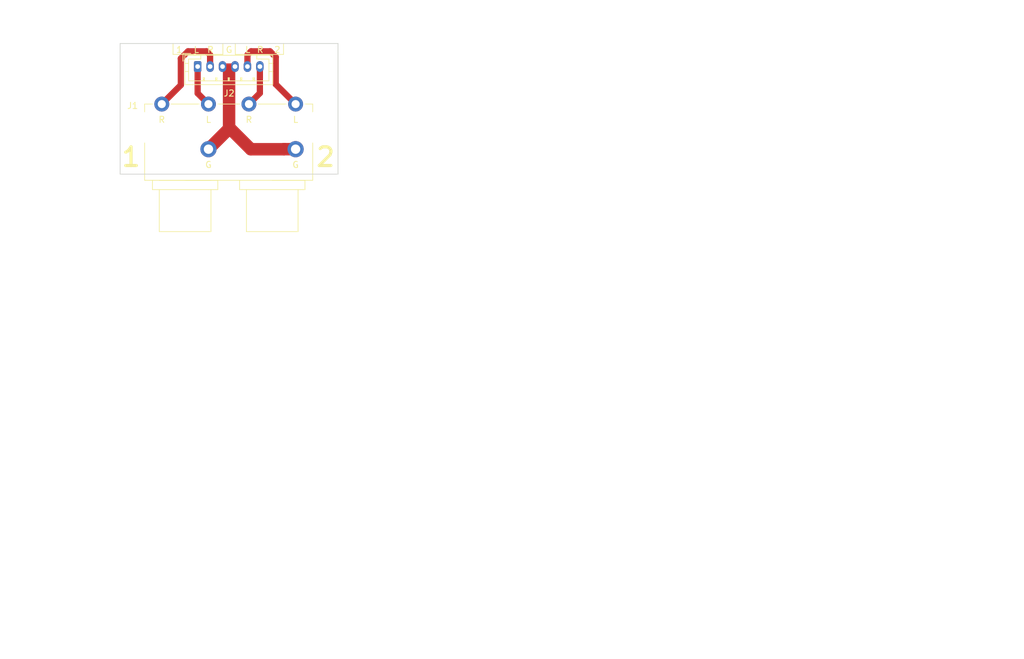
<source format=kicad_pcb>
(kicad_pcb (version 20171130) (host pcbnew "(5.1.0)-1")

  (general
    (thickness 1.6)
    (drawings 28)
    (tracks 29)
    (zones 0)
    (modules 5)
    (nets 6)
  )

  (page A4)
  (layers
    (0 F.Cu signal)
    (31 B.Cu signal)
    (32 B.Adhes user)
    (33 F.Adhes user)
    (34 B.Paste user)
    (35 F.Paste user)
    (36 B.SilkS user)
    (37 F.SilkS user)
    (38 B.Mask user)
    (39 F.Mask user)
    (40 Dwgs.User user)
    (41 Cmts.User user)
    (42 Eco1.User user)
    (43 Eco2.User user)
    (44 Edge.Cuts user)
    (45 Margin user)
    (46 B.CrtYd user)
    (47 F.CrtYd user)
    (48 B.Fab user)
    (49 F.Fab user)
  )

  (setup
    (last_trace_width 0.25)
    (user_trace_width 1)
    (user_trace_width 2)
    (trace_clearance 0.2)
    (zone_clearance 0.508)
    (zone_45_only no)
    (trace_min 0.2)
    (via_size 0.8)
    (via_drill 0.4)
    (via_min_size 0.4)
    (via_min_drill 0.3)
    (uvia_size 0.3)
    (uvia_drill 0.1)
    (uvias_allowed no)
    (uvia_min_size 0.2)
    (uvia_min_drill 0.1)
    (edge_width 0.05)
    (segment_width 0.2)
    (pcb_text_width 0.3)
    (pcb_text_size 1.5 1.5)
    (mod_edge_width 0.12)
    (mod_text_size 1 1)
    (mod_text_width 0.15)
    (pad_size 1.524 1.524)
    (pad_drill 0.762)
    (pad_to_mask_clearance 0.051)
    (solder_mask_min_width 0.25)
    (aux_axis_origin 0 0)
    (visible_elements 7FFFFFFF)
    (pcbplotparams
      (layerselection 0x010fc_ffffffff)
      (usegerberextensions false)
      (usegerberattributes false)
      (usegerberadvancedattributes false)
      (creategerberjobfile false)
      (excludeedgelayer true)
      (linewidth 0.100000)
      (plotframeref false)
      (viasonmask false)
      (mode 1)
      (useauxorigin false)
      (hpglpennumber 1)
      (hpglpenspeed 20)
      (hpglpendiameter 15.000000)
      (psnegative false)
      (psa4output false)
      (plotreference true)
      (plotvalue true)
      (plotinvisibletext false)
      (padsonsilk false)
      (subtractmaskfromsilk false)
      (outputformat 1)
      (mirror false)
      (drillshape 0)
      (scaleselection 1)
      (outputdirectory "gerbers/"))
  )

  (net 0 "")
  (net 1 INPUT_A_R)
  (net 2 INPUT_A_L)
  (net 3 INPUT_GND)
  (net 4 INPUT_B_L)
  (net 5 INPUT_B_R)

  (net_class Default "This is the default net class."
    (clearance 0.2)
    (trace_width 0.25)
    (via_dia 0.8)
    (via_drill 0.4)
    (uvia_dia 0.3)
    (uvia_drill 0.1)
    (add_net INPUT_A_L)
    (add_net INPUT_A_R)
    (add_net INPUT_B_L)
    (add_net INPUT_B_R)
    (add_net INPUT_GND)
  )

  (module input:PJRAS2X2S01X (layer F.Cu) (tedit 5CF329FD) (tstamp 5CF34305)
    (at 135.938 106.737)
    (path /5CF2E035)
    (fp_text reference J1 (at -4.688 0.263) (layer F.SilkS)
      (effects (font (size 1 1) (thickness 0.15)))
    )
    (fp_text value PJRAS2X2S01X (at 0 -6.7) (layer F.Fab)
      (effects (font (size 1 1) (thickness 0.15)))
    )
    (fp_text user G (at 21.5 9.75) (layer F.SilkS)
      (effects (font (size 1 1) (thickness 0.15)))
    )
    (fp_text user G (at 7.5 9.75) (layer F.SilkS)
      (effects (font (size 1 1) (thickness 0.15)))
    )
    (fp_text user R (at 14 2.5) (layer F.SilkS)
      (effects (font (size 1 1) (thickness 0.15)))
    )
    (fp_text user L (at 21.5 2.5) (layer F.SilkS)
      (effects (font (size 1 1) (thickness 0.15)))
    )
    (fp_text user L (at 7.5 2.5) (layer F.SilkS)
      (effects (font (size 1 1) (thickness 0.15)))
    )
    (fp_text user R (at 0 2.5) (layer F.SilkS)
      (effects (font (size 1 1) (thickness 0.15)))
    )
    (fp_line (start 23 0) (end 24.25 0) (layer F.SilkS) (width 0.12))
    (fp_line (start 15.5 0) (end 20 0) (layer F.SilkS) (width 0.12))
    (fp_line (start 9 0) (end 12.5 0) (layer F.SilkS) (width 0.12))
    (fp_line (start 1.5 0) (end 6 0) (layer F.SilkS) (width 0.12))
    (fp_line (start -1.5 0) (end -2.75 0) (layer F.SilkS) (width 0.12))
    (fp_line (start -2.75 1.25) (end -2.75 0) (layer F.SilkS) (width 0.12))
    (fp_line (start 24.25 1.25) (end 24.25 0) (layer F.SilkS) (width 0.12))
    (fp_line (start 12.5 12.25) (end 9 12.25) (layer F.SilkS) (width 0.12))
    (fp_line (start -2.75 12.25) (end -1.5 12.25) (layer F.SilkS) (width 0.12))
    (fp_line (start -2.75 6.25) (end -2.75 12.25) (layer F.SilkS) (width 0.12))
    (fp_line (start 24.25 12.25) (end 23 12.25) (layer F.SilkS) (width 0.12))
    (fp_line (start 24.25 6.25) (end 24.25 12.25) (layer F.SilkS) (width 0.12))
    (fp_line (start 12.5 13.75) (end 23 13.75) (layer F.SilkS) (width 0.12))
    (fp_line (start 9 13.75) (end -1.5 13.75) (layer F.SilkS) (width 0.12))
    (fp_line (start 21.9 20.5) (end 21.9 13.75) (layer F.SilkS) (width 0.12))
    (fp_line (start 13.6 20.5) (end 21.9 20.5) (layer F.SilkS) (width 0.12))
    (fp_line (start 13.6 13.75) (end 13.6 20.5) (layer F.SilkS) (width 0.12))
    (fp_line (start 7.9 20.5) (end -0.4 20.5) (layer F.SilkS) (width 0.12))
    (fp_line (start 7.9 13.75) (end 7.9 20.5) (layer F.SilkS) (width 0.12))
    (fp_line (start -0.4 13.75) (end -0.4 20.5) (layer F.SilkS) (width 0.12))
    (fp_line (start 7.9 12.25) (end -0.4 12.25) (layer F.SilkS) (width 0.12))
    (fp_line (start 3.75 12.25) (end 7.9 12.25) (layer F.SilkS) (width 0.12))
    (fp_line (start -1.5 12.25) (end -1.5 13.75) (layer F.SilkS) (width 0.12))
    (fp_line (start 9 12.25) (end -1.5 12.25) (layer F.SilkS) (width 0.12))
    (fp_line (start 9 12.25) (end 9 13.75) (layer F.SilkS) (width 0.12))
    (fp_line (start 3.75 12.25) (end 9 12.25) (layer F.SilkS) (width 0.12))
    (fp_line (start 23 12.25) (end 23 13.75) (layer F.SilkS) (width 0.12))
    (fp_line (start 12.5 12.25) (end 12.5 13.75) (layer F.SilkS) (width 0.12))
    (fp_line (start 23 12.25) (end 12.5 12.25) (layer F.SilkS) (width 0.12))
    (fp_line (start 17.75 12.25) (end 23 12.25) (layer F.SilkS) (width 0.12))
    (pad "" np_thru_hole oval (at 23.9 3.75) (size 1.7 4.7) (drill oval 1.7 4.7) (layers *.Cu *.Mask))
    (pad "" np_thru_hole oval (at -2.4 3.75) (size 1.7 4.7) (drill oval 1.7 4.7) (layers *.Cu *.Mask))
    (pad 4 thru_hole circle (at 14 0) (size 2.4 2.4) (drill 1.3) (layers *.Cu *.Mask)
      (net 5 INPUT_B_R))
    (pad 5 thru_hole circle (at 21.5 7.25) (size 2.6 2.6) (drill 1.5) (layers *.Cu *.Mask)
      (net 3 INPUT_GND))
    (pad 6 thru_hole circle (at 21.5 0) (size 2.4 2.4) (drill 1.3) (layers *.Cu *.Mask)
      (net 4 INPUT_B_L))
    (pad 2 thru_hole circle (at 7.5 7.25) (size 2.6 2.6) (drill 1.5) (layers *.Cu *.Mask)
      (net 3 INPUT_GND))
    (pad 3 thru_hole circle (at 7.5 0) (size 2.4 2.4) (drill 1.3) (layers *.Cu *.Mask)
      (net 2 INPUT_A_L))
    (pad 1 thru_hole circle (at 0 0) (size 2.4 2.4) (drill 1.3) (layers *.Cu *.Mask)
      (net 1 INPUT_A_R))
  )

  (module "" (layer F.Cu) (tedit 0) (tstamp 0)
    (at 140.5 94.25)
    (fp_text reference "" (at 133.75 101.5) (layer F.SilkS)
      (effects (font (size 1.27 1.27) (thickness 0.15)))
    )
    (fp_text value "" (at 133.75 101.5) (layer F.SilkS)
      (effects (font (size 1.27 1.27) (thickness 0.15)))
    )
  )

  (module MountingHole:MountingHole_3.5mm (layer F.Cu) (tedit 56D1B4CB) (tstamp 5CF33B53)
    (at 133.75 101.5)
    (descr "Mounting Hole 3.5mm, no annular")
    (tags "mounting hole 3.5mm no annular")
    (attr virtual)
    (fp_text reference REF** (at 0 -4.5) (layer F.SilkS) hide
      (effects (font (size 1 1) (thickness 0.15)))
    )
    (fp_text value MountingHole_3.5mm (at -15.75 4.5) (layer F.Fab)
      (effects (font (size 1 1) (thickness 0.15)))
    )
    (fp_text user %R (at 0.3 0) (layer F.Fab)
      (effects (font (size 1 1) (thickness 0.15)))
    )
    (fp_circle (center 0 0) (end 3.5 0) (layer Cmts.User) (width 0.15))
    (fp_circle (center 0 0) (end 3.75 0) (layer F.CrtYd) (width 0.05))
    (pad 1 np_thru_hole circle (at 0 0) (size 3.5 3.5) (drill 3.5) (layers *.Cu *.Mask))
  )

  (module MountingHole:MountingHole_3.5mm (layer F.Cu) (tedit 56D1B4CB) (tstamp 5CF33A42)
    (at 159.75 101.5)
    (descr "Mounting Hole 3.5mm, no annular")
    (tags "mounting hole 3.5mm no annular")
    (attr virtual)
    (fp_text reference REF** (at 0 -4.5) (layer F.SilkS) hide
      (effects (font (size 1 1) (thickness 0.15)))
    )
    (fp_text value MountingHole_3.5mm (at 15.5 -8.75) (layer F.Fab)
      (effects (font (size 1 1) (thickness 0.15)))
    )
    (fp_circle (center 0 0) (end 3.75 0) (layer F.CrtYd) (width 0.05))
    (fp_circle (center 0 0) (end 3.5 0) (layer Cmts.User) (width 0.15))
    (fp_text user %R (at 0.3 0) (layer F.Fab)
      (effects (font (size 1 1) (thickness 0.15)))
    )
    (pad 1 np_thru_hole circle (at 0 0) (size 3.5 3.5) (drill 3.5) (layers *.Cu *.Mask))
  )

  (module Connector_JST:JST_PH_B6B-PH-K_1x06_P2.00mm_Vertical (layer F.Cu) (tedit 5B7745C2) (tstamp 5CF33768)
    (at 141.7 100.7)
    (descr "JST PH series connector, B6B-PH-K (http://www.jst-mfg.com/product/pdf/eng/ePH.pdf), generated with kicad-footprint-generator")
    (tags "connector JST PH side entry")
    (path /5CF2F264)
    (fp_text reference J2 (at 5.05 4.3) (layer F.SilkS)
      (effects (font (size 1 1) (thickness 0.15)))
    )
    (fp_text value Conn_01x06 (at 5 4) (layer F.Fab)
      (effects (font (size 1 1) (thickness 0.15)))
    )
    (fp_line (start -2.06 -1.81) (end -2.06 2.91) (layer F.SilkS) (width 0.12))
    (fp_line (start -2.06 2.91) (end 12.06 2.91) (layer F.SilkS) (width 0.12))
    (fp_line (start 12.06 2.91) (end 12.06 -1.81) (layer F.SilkS) (width 0.12))
    (fp_line (start 12.06 -1.81) (end -2.06 -1.81) (layer F.SilkS) (width 0.12))
    (fp_line (start -0.3 -1.81) (end -0.3 -2.01) (layer F.SilkS) (width 0.12))
    (fp_line (start -0.3 -2.01) (end -0.6 -2.01) (layer F.SilkS) (width 0.12))
    (fp_line (start -0.6 -2.01) (end -0.6 -1.81) (layer F.SilkS) (width 0.12))
    (fp_line (start -0.3 -1.91) (end -0.6 -1.91) (layer F.SilkS) (width 0.12))
    (fp_line (start 0.5 -1.81) (end 0.5 -1.2) (layer F.SilkS) (width 0.12))
    (fp_line (start 0.5 -1.2) (end -1.45 -1.2) (layer F.SilkS) (width 0.12))
    (fp_line (start -1.45 -1.2) (end -1.45 2.3) (layer F.SilkS) (width 0.12))
    (fp_line (start -1.45 2.3) (end 11.45 2.3) (layer F.SilkS) (width 0.12))
    (fp_line (start 11.45 2.3) (end 11.45 -1.2) (layer F.SilkS) (width 0.12))
    (fp_line (start 11.45 -1.2) (end 9.5 -1.2) (layer F.SilkS) (width 0.12))
    (fp_line (start 9.5 -1.2) (end 9.5 -1.81) (layer F.SilkS) (width 0.12))
    (fp_line (start -2.06 -0.5) (end -1.45 -0.5) (layer F.SilkS) (width 0.12))
    (fp_line (start -2.06 0.8) (end -1.45 0.8) (layer F.SilkS) (width 0.12))
    (fp_line (start 12.06 -0.5) (end 11.45 -0.5) (layer F.SilkS) (width 0.12))
    (fp_line (start 12.06 0.8) (end 11.45 0.8) (layer F.SilkS) (width 0.12))
    (fp_line (start 0.9 2.3) (end 0.9 1.8) (layer F.SilkS) (width 0.12))
    (fp_line (start 0.9 1.8) (end 1.1 1.8) (layer F.SilkS) (width 0.12))
    (fp_line (start 1.1 1.8) (end 1.1 2.3) (layer F.SilkS) (width 0.12))
    (fp_line (start 1 2.3) (end 1 1.8) (layer F.SilkS) (width 0.12))
    (fp_line (start 2.9 2.3) (end 2.9 1.8) (layer F.SilkS) (width 0.12))
    (fp_line (start 2.9 1.8) (end 3.1 1.8) (layer F.SilkS) (width 0.12))
    (fp_line (start 3.1 1.8) (end 3.1 2.3) (layer F.SilkS) (width 0.12))
    (fp_line (start 3 2.3) (end 3 1.8) (layer F.SilkS) (width 0.12))
    (fp_line (start 4.9 2.3) (end 4.9 1.8) (layer F.SilkS) (width 0.12))
    (fp_line (start 4.9 1.8) (end 5.1 1.8) (layer F.SilkS) (width 0.12))
    (fp_line (start 5.1 1.8) (end 5.1 2.3) (layer F.SilkS) (width 0.12))
    (fp_line (start 5 2.3) (end 5 1.8) (layer F.SilkS) (width 0.12))
    (fp_line (start 6.9 2.3) (end 6.9 1.8) (layer F.SilkS) (width 0.12))
    (fp_line (start 6.9 1.8) (end 7.1 1.8) (layer F.SilkS) (width 0.12))
    (fp_line (start 7.1 1.8) (end 7.1 2.3) (layer F.SilkS) (width 0.12))
    (fp_line (start 7 2.3) (end 7 1.8) (layer F.SilkS) (width 0.12))
    (fp_line (start 8.9 2.3) (end 8.9 1.8) (layer F.SilkS) (width 0.12))
    (fp_line (start 8.9 1.8) (end 9.1 1.8) (layer F.SilkS) (width 0.12))
    (fp_line (start 9.1 1.8) (end 9.1 2.3) (layer F.SilkS) (width 0.12))
    (fp_line (start 9 2.3) (end 9 1.8) (layer F.SilkS) (width 0.12))
    (fp_line (start -1.11 -2.11) (end -2.36 -2.11) (layer F.SilkS) (width 0.12))
    (fp_line (start -2.36 -2.11) (end -2.36 -0.86) (layer F.SilkS) (width 0.12))
    (fp_line (start -1.11 -2.11) (end -2.36 -2.11) (layer F.Fab) (width 0.1))
    (fp_line (start -2.36 -2.11) (end -2.36 -0.86) (layer F.Fab) (width 0.1))
    (fp_line (start -1.95 -1.7) (end -1.95 2.8) (layer F.Fab) (width 0.1))
    (fp_line (start -1.95 2.8) (end 11.95 2.8) (layer F.Fab) (width 0.1))
    (fp_line (start 11.95 2.8) (end 11.95 -1.7) (layer F.Fab) (width 0.1))
    (fp_line (start 11.95 -1.7) (end -1.95 -1.7) (layer F.Fab) (width 0.1))
    (fp_line (start -2.45 -2.2) (end -2.45 3.3) (layer F.CrtYd) (width 0.05))
    (fp_line (start -2.45 3.3) (end 12.45 3.3) (layer F.CrtYd) (width 0.05))
    (fp_line (start 12.45 3.3) (end 12.45 -2.2) (layer F.CrtYd) (width 0.05))
    (fp_line (start 12.45 -2.2) (end -2.45 -2.2) (layer F.CrtYd) (width 0.05))
    (fp_text user %R (at 5 1.5) (layer F.Fab)
      (effects (font (size 1 1) (thickness 0.15)))
    )
    (pad 1 thru_hole roundrect (at 0 0) (size 1.2 1.75) (drill 0.75) (layers *.Cu *.Mask) (roundrect_rratio 0.208333)
      (net 2 INPUT_A_L))
    (pad 2 thru_hole oval (at 2 0) (size 1.2 1.75) (drill 0.75) (layers *.Cu *.Mask)
      (net 1 INPUT_A_R))
    (pad 3 thru_hole oval (at 4 0) (size 1.2 1.75) (drill 0.75) (layers *.Cu *.Mask)
      (net 3 INPUT_GND))
    (pad 4 thru_hole oval (at 6 0) (size 1.2 1.75) (drill 0.75) (layers *.Cu *.Mask)
      (net 3 INPUT_GND))
    (pad 5 thru_hole oval (at 8 0) (size 1.2 1.75) (drill 0.75) (layers *.Cu *.Mask)
      (net 4 INPUT_B_L))
    (pad 6 thru_hole oval (at 10 0) (size 1.2 1.75) (drill 0.75) (layers *.Cu *.Mask)
      (net 5 INPUT_B_R))
    (model ${KISYS3DMOD}/Connector_JST.3dshapes/JST_PH_B6B-PH-K_1x06_P2.00mm_Vertical.wrl
      (at (xyz 0 0 0))
      (scale (xyz 1 1 1))
      (rotate (xyz 0 0 0))
    )
  )

  (gr_text 2 (at 162.25 115.25) (layer F.SilkS) (tstamp 5CF38043)
    (effects (font (size 3 3) (thickness 0.5)))
  )
  (gr_text 1 (at 131 115.25) (layer F.SilkS)
    (effects (font (size 3 3) (thickness 0.5)))
  )
  (gr_line (start 137.75 98.75) (end 137.75 97) (layer F.SilkS) (width 0.12))
  (gr_line (start 145.75 98.75) (end 137.75 98.75) (layer F.SilkS) (width 0.12))
  (gr_line (start 145.75 97) (end 145.75 98.75) (layer F.SilkS) (width 0.12))
  (gr_line (start 147.75 98.75) (end 147.75 97) (layer F.SilkS) (width 0.12))
  (gr_line (start 155.5 98.75) (end 147.75 98.75) (layer F.SilkS) (width 0.12))
  (gr_line (start 155.5 97) (end 155.5 98.75) (layer F.SilkS) (width 0.12))
  (gr_text 2 (at 154.5 98) (layer F.SilkS) (tstamp 5CF343CD)
    (effects (font (size 1 1) (thickness 0.15)))
  )
  (gr_text 1 (at 138.75 98) (layer F.SilkS) (tstamp 5CF343CD)
    (effects (font (size 1 1) (thickness 0.15)))
  )
  (gr_text G (at 146.75 98) (layer F.SilkS) (tstamp 5CF343CD)
    (effects (font (size 1 1) (thickness 0.15)))
  )
  (gr_text R (at 143.75 98) (layer F.SilkS) (tstamp 5CF343CD)
    (effects (font (size 1 1) (thickness 0.15)))
  )
  (gr_text R (at 151.75 98) (layer F.SilkS) (tstamp 5CF343C4)
    (effects (font (size 1 1) (thickness 0.15)))
  )
  (gr_text L (at 149.75 98) (layer F.SilkS) (tstamp 5CF3437D)
    (effects (font (size 1 1) (thickness 0.15)))
  )
  (gr_text L (at 141.5 98) (layer F.SilkS)
    (effects (font (size 1 1) (thickness 0.15)))
  )
  (dimension 1 (width 0.15) (layer Dwgs.User)
    (gr_text "1.000 mm" (at 173.55 118.5 270) (layer Dwgs.User)
      (effects (font (size 1 1) (thickness 0.15)))
    )
    (feature1 (pts (xy 164.25 119) (xy 172.836421 119)))
    (feature2 (pts (xy 164.25 118) (xy 172.836421 118)))
    (crossbar (pts (xy 172.25 118) (xy 172.25 119)))
    (arrow1a (pts (xy 172.25 119) (xy 171.663579 117.873496)))
    (arrow1b (pts (xy 172.25 119) (xy 172.836421 117.873496)))
    (arrow2a (pts (xy 172.25 118) (xy 171.663579 119.126504)))
    (arrow2b (pts (xy 172.25 118) (xy 172.836421 119.126504)))
  )
  (gr_line (start 160.5 119) (end 164.25 119) (layer Dwgs.User) (width 0.15))
  (dimension 4.5 (width 0.15) (layer Dwgs.User)
    (gr_text "4.500 mm" (at 169.05 99.25 90) (layer Dwgs.User)
      (effects (font (size 1 1) (thickness 0.15)))
    )
    (feature1 (pts (xy 159.75 97) (xy 168.336421 97)))
    (feature2 (pts (xy 159.75 101.5) (xy 168.336421 101.5)))
    (crossbar (pts (xy 167.75 101.5) (xy 167.75 97)))
    (arrow1a (pts (xy 167.75 97) (xy 168.336421 98.126504)))
    (arrow1b (pts (xy 167.75 97) (xy 167.163579 98.126504)))
    (arrow2a (pts (xy 167.75 101.5) (xy 168.336421 100.373496)))
    (arrow2b (pts (xy 167.75 101.5) (xy 167.163579 100.373496)))
  )
  (dimension 4.5 (width 0.15) (layer Dwgs.User)
    (gr_text "4.500 mm" (at 124.2 99.25 90) (layer Dwgs.User)
      (effects (font (size 1 1) (thickness 0.15)))
    )
    (feature1 (pts (xy 133.75 97) (xy 124.913579 97)))
    (feature2 (pts (xy 133.75 101.5) (xy 124.913579 101.5)))
    (crossbar (pts (xy 125.5 101.5) (xy 125.5 97)))
    (arrow1a (pts (xy 125.5 97) (xy 126.086421 98.126504)))
    (arrow1b (pts (xy 125.5 97) (xy 124.913579 98.126504)))
    (arrow2a (pts (xy 125.5 101.5) (xy 126.086421 100.373496)))
    (arrow2b (pts (xy 125.5 101.5) (xy 124.913579 100.373496)))
  )
  (dimension 4.5 (width 0.15) (layer Dwgs.User)
    (gr_text "4.500 mm" (at 131.5 93.7) (layer Dwgs.User)
      (effects (font (size 1 1) (thickness 0.15)))
    )
    (feature1 (pts (xy 129.25 101.5) (xy 129.25 94.413579)))
    (feature2 (pts (xy 133.75 101.5) (xy 133.75 94.413579)))
    (crossbar (pts (xy 133.75 95) (xy 129.25 95)))
    (arrow1a (pts (xy 129.25 95) (xy 130.376504 94.413579)))
    (arrow1b (pts (xy 129.25 95) (xy 130.376504 95.586421)))
    (arrow2a (pts (xy 133.75 95) (xy 132.623496 94.413579)))
    (arrow2b (pts (xy 133.75 95) (xy 132.623496 95.586421)))
  )
  (dimension 35 (width 0.15) (layer Dwgs.User)
    (gr_text "35.000 mm" (at 146.75 90.7) (layer Dwgs.User)
      (effects (font (size 1 1) (thickness 0.15)))
    )
    (feature1 (pts (xy 129.25 97) (xy 129.25 91.413579)))
    (feature2 (pts (xy 164.25 97) (xy 164.25 91.413579)))
    (crossbar (pts (xy 164.25 92) (xy 129.25 92)))
    (arrow1a (pts (xy 129.25 92) (xy 130.376504 91.413579)))
    (arrow1b (pts (xy 129.25 92) (xy 130.376504 92.586421)))
    (arrow2a (pts (xy 164.25 92) (xy 163.123496 91.413579)))
    (arrow2b (pts (xy 164.25 92) (xy 163.123496 92.586421)))
  )
  (dimension 4.5 (width 0.15) (layer Dwgs.User)
    (gr_text "4.500 mm" (at 162 93.45) (layer Dwgs.User)
      (effects (font (size 1 1) (thickness 0.15)))
    )
    (feature1 (pts (xy 164.25 101.5) (xy 164.25 94.163579)))
    (feature2 (pts (xy 159.75 101.5) (xy 159.75 94.163579)))
    (crossbar (pts (xy 159.75 94.75) (xy 164.25 94.75)))
    (arrow1a (pts (xy 164.25 94.75) (xy 163.123496 95.336421)))
    (arrow1b (pts (xy 164.25 94.75) (xy 163.123496 94.163579)))
    (arrow2a (pts (xy 159.75 94.75) (xy 160.876504 95.336421)))
    (arrow2b (pts (xy 159.75 94.75) (xy 160.876504 94.163579)))
  )
  (dimension 3.5 (width 0.15) (layer Dwgs.User)
    (gr_text "3.500 mm" (at 146.688 125.3) (layer Dwgs.User)
      (effects (font (size 1 1) (thickness 0.15)))
    )
    (feature1 (pts (xy 144.938 120.487) (xy 144.938 124.586421)))
    (feature2 (pts (xy 148.438 120.487) (xy 148.438 124.586421)))
    (crossbar (pts (xy 148.438 124) (xy 144.938 124)))
    (arrow1a (pts (xy 144.938 124) (xy 146.064504 123.413579)))
    (arrow1b (pts (xy 144.938 124) (xy 146.064504 124.586421)))
    (arrow2a (pts (xy 148.438 124) (xy 147.311496 123.413579)))
    (arrow2b (pts (xy 148.438 124) (xy 147.311496 124.586421)))
  )
  (dimension 21 (width 0.15) (layer Dwgs.User)
    (gr_text "21.000 mm" (at 173.55 107.5 270) (layer Dwgs.User)
      (effects (font (size 1 1) (thickness 0.15)))
    )
    (feature1 (pts (xy 164.25 118) (xy 172.836421 118)))
    (feature2 (pts (xy 164.25 97) (xy 172.836421 97)))
    (crossbar (pts (xy 172.25 97) (xy 172.25 118)))
    (arrow1a (pts (xy 172.25 118) (xy 171.663579 116.873496)))
    (arrow1b (pts (xy 172.25 118) (xy 172.836421 116.873496)))
    (arrow2a (pts (xy 172.25 97) (xy 171.663579 98.126504)))
    (arrow2b (pts (xy 172.25 97) (xy 172.836421 98.126504)))
  )
  (gr_line (start 129.25 118) (end 129.25 97) (layer Edge.Cuts) (width 0.12) (tstamp 5CF33AE6))
  (gr_line (start 164.25 118) (end 129.25 118) (layer Edge.Cuts) (width 0.12))
  (gr_line (start 164.25 97) (end 164.25 118) (layer Edge.Cuts) (width 0.12))
  (gr_line (start 129.25 97) (end 164.25 97) (layer Edge.Cuts) (width 0.12))

  (segment (start 139 103.675) (end 135.938 106.737) (width 1) (layer F.Cu) (net 1))
  (segment (start 139 99.404843) (end 139 103.675) (width 1) (layer F.Cu) (net 1))
  (segment (start 140.154843 98.25) (end 139 99.404843) (width 1) (layer F.Cu) (net 1))
  (segment (start 143.125 98.25) (end 140.154843 98.25) (width 1) (layer F.Cu) (net 1))
  (segment (start 143.7 100.7) (end 143.7 98.825) (width 1) (layer F.Cu) (net 1))
  (segment (start 143.7 98.825) (end 143.125 98.25) (width 1) (layer F.Cu) (net 1))
  (segment (start 141.7 104.999) (end 143.438 106.737) (width 1) (layer F.Cu) (net 2))
  (segment (start 141.7 100.7) (end 141.7 104.999) (width 1) (layer F.Cu) (net 2))
  (segment (start 155.599523 113.987) (end 155.586523 114) (width 2) (layer F.Cu) (net 3))
  (segment (start 157.438 113.987) (end 155.599523 113.987) (width 2) (layer F.Cu) (net 3))
  (segment (start 155.586523 114) (end 150.25 114) (width 2) (layer F.Cu) (net 3))
  (segment (start 150.25 114) (end 146.75 110.5) (width 2) (layer F.Cu) (net 3))
  (segment (start 146.75 110.5) (end 146.75 101.5) (width 2) (layer F.Cu) (net 3))
  (segment (start 146.5 101.5) (end 145.7 100.7) (width 1) (layer F.Cu) (net 3))
  (segment (start 146.75 101.5) (end 146.5 101.5) (width 1) (layer F.Cu) (net 3))
  (segment (start 146.9 101.5) (end 147.7 100.7) (width 1) (layer F.Cu) (net 3))
  (segment (start 146.75 101.5) (end 146.9 101.5) (width 1) (layer F.Cu) (net 3))
  (segment (start 143.438 113.987) (end 143.513 113.987) (width 2) (layer B.Cu) (net 3))
  (segment (start 147.7 100.7) (end 145.7 100.7) (width 1) (layer F.Cu) (net 3))
  (segment (start 146.75 110.675) (end 143.438 113.987) (width 2) (layer F.Cu) (net 3))
  (segment (start 146.75 110.5) (end 146.75 110.675) (width 2) (layer F.Cu) (net 3))
  (segment (start 154.25 103.549) (end 157.438 106.737) (width 1) (layer F.Cu) (net 4))
  (segment (start 154.25 99.173748) (end 154.25 103.549) (width 1) (layer F.Cu) (net 4))
  (segment (start 153.326252 98.25) (end 154.25 99.173748) (width 1) (layer F.Cu) (net 4))
  (segment (start 150.275 98.25) (end 153.326252 98.25) (width 1) (layer F.Cu) (net 4))
  (segment (start 149.7 100.7) (end 149.7 98.825) (width 1) (layer F.Cu) (net 4))
  (segment (start 149.7 98.825) (end 150.275 98.25) (width 1) (layer F.Cu) (net 4))
  (segment (start 151.7 104.975) (end 149.938 106.737) (width 1) (layer F.Cu) (net 5))
  (segment (start 151.7 100.7) (end 151.7 104.975) (width 1) (layer F.Cu) (net 5))

)

</source>
